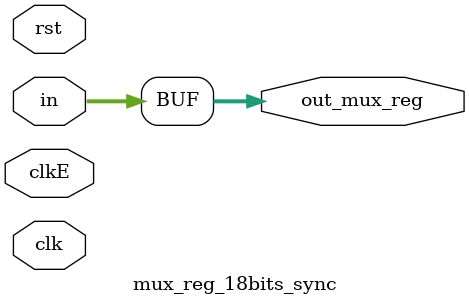
<source format=v>
module mux_reg_18bits_sync(out_mux_reg, in, clk, clkE, rst);
    parameter Reg_state = "1"      ;
    parameter width_reg = 18   ;
    
    input [width_reg - 1:0] in ;
    input clk                      ;
    input clkE                     ;
    input rst                      ;

    output [width_reg - 1:0] out_mux_reg ;
    reg [width_reg - 1:0] out_reg ;


    assign out_mux_reg = (Reg_state == 1)? out_reg : in;

    always @(posedge clk) begin
        if(clkE)begin
            if(rst)begin
                out_reg <= 0;
            end
            else begin
                out_reg <= in;
            end
        end
    end
endmodule
</source>
